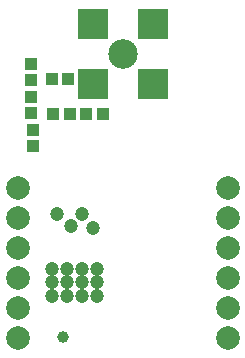
<source format=gbs>
%FSAX44Y44*%
%MOMM*%
G71*
G01*
G75*
G04 Layer_Color=16711935*
%ADD10R,0.8000X0.9000*%
%ADD11R,0.9000X0.8000*%
%ADD12R,1.2000X2.0000*%
%ADD13O,0.4500X1.5000*%
%ADD14R,0.4500X1.5000*%
%ADD15R,1.8000X1.3000*%
%ADD16C,0.2000*%
%ADD17C,0.3000*%
%ADD18C,0.4000*%
%ADD19C,0.7000*%
%ADD20C,0.5000*%
%ADD21R,2.4130X3.6830*%
%ADD22C,2.3000*%
%ADD23R,2.4400X2.4400*%
%ADD24R,2.4400X2.4400*%
%ADD25C,1.0000*%
%ADD26C,1.8000*%
%ADD27C,0.8000*%
%ADD28C,0.6000*%
%ADD29C,0.2540*%
%ADD30C,0.1500*%
%ADD31C,0.1000*%
%ADD32R,1.0032X1.1032*%
%ADD33R,1.1032X1.0032*%
%ADD34R,1.4032X2.2032*%
%ADD35O,0.6532X1.7032*%
%ADD36R,0.6532X1.7032*%
%ADD37R,2.0032X1.5032*%
%ADD38C,2.5032*%
%ADD39R,2.6432X2.6432*%
%ADD40R,2.6432X2.6432*%
%ADD41C,1.2032*%
%ADD42C,2.0032*%
%ADD43C,1.0032*%
D32*
X-00060340Y00233680D02*
D03*
X-00046340D02*
D03*
X-00017130Y00204470D02*
D03*
X-00031130D02*
D03*
X-00045070Y00204470D02*
D03*
X-00059070D02*
D03*
D33*
X-00077470Y00219090D02*
D03*
Y00205090D02*
D03*
Y00247030D02*
D03*
Y00233030D02*
D03*
X-00076200Y00191150D02*
D03*
Y00177150D02*
D03*
D38*
X00000000Y00255270D02*
D03*
D39*
X-00025400Y00280670D02*
D03*
Y00229870D02*
D03*
D40*
X00025400Y00280670D02*
D03*
Y00229870D02*
D03*
D41*
X-00059850Y00073090D02*
D03*
X-00025400Y00107950D02*
D03*
X-00034450Y00050230D02*
D03*
X-00059850D02*
D03*
Y00061660D02*
D03*
X-00047150Y00050230D02*
D03*
Y00061660D02*
D03*
X-00034450D02*
D03*
Y00073090D02*
D03*
X-00021753Y00061750D02*
D03*
Y00073090D02*
D03*
X-00044160Y00109740D02*
D03*
X-00021750Y00050230D02*
D03*
X-00047150Y00073090D02*
D03*
X-00055880Y00119380D02*
D03*
X-00034290D02*
D03*
D42*
X00088740Y00116540D02*
D03*
Y00141940D02*
D03*
Y00065740D02*
D03*
Y00040340D02*
D03*
Y00014964D02*
D03*
X-00089060Y00091140D02*
D03*
Y00065740D02*
D03*
X-00089043Y00040340D02*
D03*
X-00089060Y00014940D02*
D03*
X00088740Y00091140D02*
D03*
X-00089060Y00141940D02*
D03*
Y00116540D02*
D03*
D43*
X-00050800Y00015240D02*
D03*
M02*

</source>
